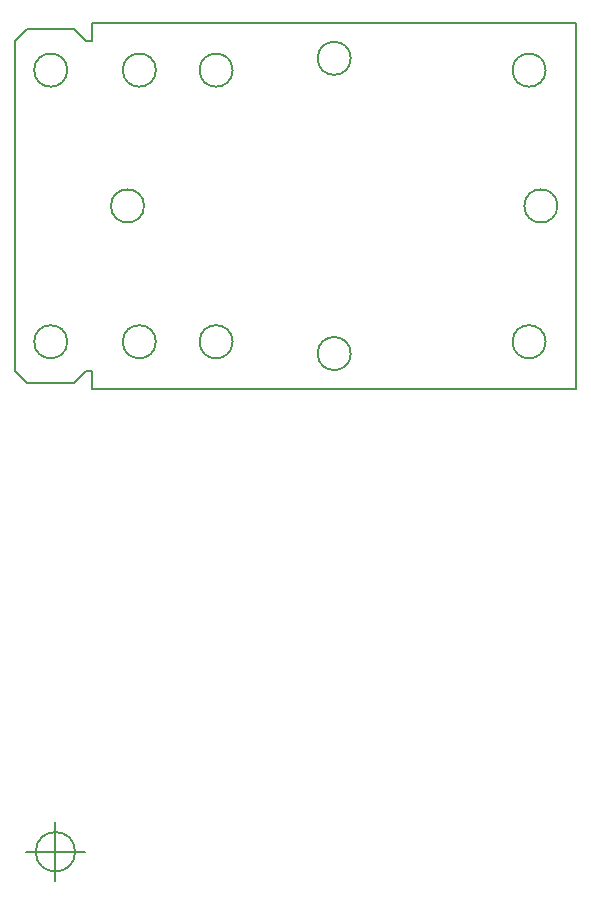
<source format=gbr>
G04 #@! TF.FileFunction,Profile,NP*
%FSLAX46Y46*%
G04 Gerber Fmt 4.6, Leading zero omitted, Abs format (unit mm)*
G04 Created by KiCad (PCBNEW 4.0.2+dfsg1-stable) date 2018年07月27日 15時19分14秒*
%MOMM*%
G01*
G04 APERTURE LIST*
%ADD10C,0.100000*%
%ADD11C,0.200000*%
G04 APERTURE END LIST*
D10*
D11*
X85585600Y-67244800D02*
X85585600Y-65744800D01*
X85085600Y-67244800D02*
X85585600Y-67244800D01*
X85585600Y-95244800D02*
X85585600Y-96744800D01*
X85085600Y-95244800D02*
X85585600Y-95244800D01*
X79085600Y-95244800D02*
X79085600Y-67244800D01*
X80085600Y-96244800D02*
X79085600Y-95244800D01*
X84085600Y-96244800D02*
X80085600Y-96244800D01*
X85085600Y-95244800D02*
X84085600Y-96244800D01*
X84085600Y-66244800D02*
X85085600Y-67244800D01*
X80085600Y-66244800D02*
X84085600Y-66244800D01*
X79085600Y-67244800D02*
X80085600Y-66244800D01*
X83485600Y-69744800D02*
G75*
G03X83485600Y-69744800I-1400000J0D01*
G01*
X83485600Y-92744800D02*
G75*
G03X83485600Y-92744800I-1400000J0D01*
G01*
X126585600Y-65744800D02*
X85585600Y-65744800D01*
X126585600Y-96744800D02*
X126585600Y-65744800D01*
X85585600Y-96744800D02*
X126585600Y-96744800D01*
X97485600Y-92744800D02*
G75*
G03X97485600Y-92744800I-1400000J0D01*
G01*
X97485600Y-69744800D02*
G75*
G03X97485600Y-69744800I-1400000J0D01*
G01*
X124985600Y-81244800D02*
G75*
G03X124985600Y-81244800I-1400000J0D01*
G01*
X89985600Y-81244800D02*
G75*
G03X89985600Y-81244800I-1400000J0D01*
G01*
X107485600Y-93744800D02*
G75*
G03X107485600Y-93744800I-1400000J0D01*
G01*
X107485600Y-68744800D02*
G75*
G03X107485600Y-68744800I-1400000J0D01*
G01*
X90985600Y-92744800D02*
G75*
G03X90985600Y-92744800I-1400000J0D01*
G01*
X123985600Y-92744800D02*
G75*
G03X123985600Y-92744800I-1400000J0D01*
G01*
X123985600Y-69744800D02*
G75*
G03X123985600Y-69744800I-1400000J0D01*
G01*
X90985600Y-69744800D02*
G75*
G03X90985600Y-69744800I-1400000J0D01*
G01*
X84150666Y-135924600D02*
G75*
G03X84150666Y-135924600I-1666666J0D01*
G01*
X79984000Y-135924600D02*
X84984000Y-135924600D01*
X82484000Y-133424600D02*
X82484000Y-138424600D01*
M02*

</source>
